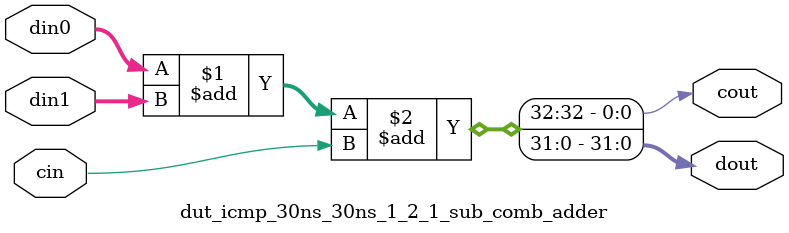
<source format=v>
`timescale 1 ns / 1 ps

module dut_icmp_30ns_30ns_1_2_1_sub(clk, reset, ce, din0, din1, dout);
parameter ID         = 1;              // core ID, unused in RTL
parameter NUM_STAGE  = 2;
parameter din0_WIDTH = 31;   // data bitwidth
parameter din1_WIDTH = 31;   // 
parameter dout_WIDTH = 31;   // output bitwidth

// ---- input/output ports list here ----
input   clk;
input   reset;
input   ce;
input  [din0_WIDTH - 1 : 0] din0;
input  [din1_WIDTH - 1 : 0] din1;

output [dout_WIDTH - 1 : 0] dout;
//   

// wire for the primary inputs
wire [31 - 1 : 0] ain_s0 = din0;
wire [31 - 1 : 0] bin_s0 = ~din1;

// This AddSub module have totally 2 stages. For each stage the adder's width are:
// [15,16]
//  
//   

// Stage 1 logic
wire [15 - 1 : 0]    fas_s1;
wire                 facout_s1;
// 
reg  [16 - 1 : 0]    ain_s1;
reg  [16 - 1 : 0]    bin_s1;
reg  [15 - 1 : 0]    sum_s1;
reg                  carry_s1;
// 
//  
//  
// 
dut_icmp_30ns_30ns_1_2_1_sub_comb_adder #(
    .N    ( 15 )
) u1 (
    .din0    ( ain_s0[15 - 1 : 0] ),
    .din1    ( bin_s0[15 - 1 : 0] ),
    .cin  ( 1'b1 ),
    .dout    ( fas_s1 ),
    .cout ( facout_s1 )
);

// 
always @ (posedge clk) begin
    if (ce) begin
        sum_s1   <= fas_s1;
        carry_s1 <= facout_s1;
    end
end

always @ (posedge clk) begin
    if (ce) begin
        ain_s1 <= ain_s0[31 - 1 : 15];
    end
end

always @ (posedge clk) begin
    if (ce) begin
        bin_s1 <= bin_s0[31 - 1 : 15];
    end
end
//  
//   

// Stage 2 logic
wire [16 - 1 : 0]    fas_s2;
wire                 facout_s2;
// 
// 
dut_icmp_30ns_30ns_1_2_1_sub_comb_adder #(
    .N    ( 16 )
) u2 (
    .din0    ( ain_s1[16 - 1 : 0] ),
    .din1    ( bin_s1[16 - 1 : 0] ),
    .cin  ( carry_s1 ),
    .dout    ( fas_s2 ),
    .cout ( facout_s2 )
);

// 
assign dout = {fas_s2, sum_s1 };
//  
// 
endmodule

// small adder
module dut_icmp_30ns_30ns_1_2_1_sub_comb_adder 
#(parameter
    N = 32
)(
    input  [N-1 : 0]    din0,
    input  [N-1 : 0]    din1,
    input  wire         cin,
    output [N-1 : 0]    dout,
    output wire         cout
);
assign {cout, dout} = din0 + din1 + cin;
endmodule
// 

</source>
